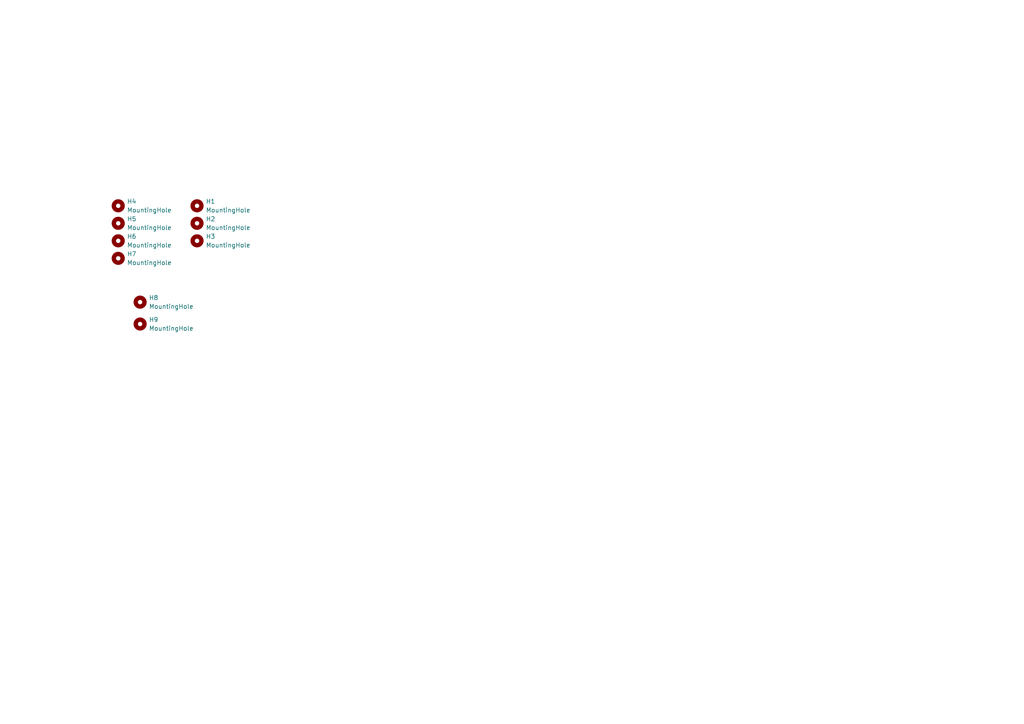
<source format=kicad_sch>
(kicad_sch (version 20231120) (generator "eeschema") (generator_version "8.0")
  (paper "A4")
  (lib_symbols
    (symbol "Mechanical:MountingHole" (pin_names (offset 1.016))
      (property "Reference" "H" (at 0 5.08 0))
      (property "Value" "MountingHole" (at 0 3.175 0))
      (symbol "MountingHole_0_1"
        (circle (center 0 0) (radius 1.27) (stroke (width 1.27)))
      )
    )
  )
  (symbol (lib_id "Mechanical:MountingHole") (at 34.29 69.85 0) (unit 1)
    (property "Reference" "H6" (at 36.83 68.5799 0) (effects (justify left)))
    (property "Value" "MountingHole" (at 36.83 71.1199 0) (effects (justify left)))
    (property "Footprint" "MountingHole:MountingHole_3.2mm_M3" (effects (hide yes)))
    (property "Description" "Mounting Hole without connection" (effects (hide yes)))
  )
  (symbol (lib_id "Mechanical:MountingHole") (at 57.15 64.77 0) (unit 1)
    (property "Reference" "H2" (at 59.69 63.4999 0) (effects (justify left)))
    (property "Value" "MountingHole" (at 59.69 66.0399 0) (effects (justify left)))
    (property "Footprint" "MountingHole:MountingHole_2.2mm_M2" (effects (hide yes)))
    (property "Description" "Mounting Hole without connection" (effects (hide yes)))
  )
  (symbol (lib_id "Mechanical:MountingHole") (at 34.29 74.93 0) (unit 1)
    (property "Reference" "H7" (at 36.83 73.6599 0) (effects (justify left)))
    (property "Value" "MountingHole" (at 36.83 76.1999 0) (effects (justify left)))
    (property "Footprint" "MountingHole:MountingHole_3.2mm_M3" (effects (hide yes)))
    (property "Description" "Mounting Hole without connection" (effects (hide yes)))
  )
  (symbol (lib_id "Mechanical:MountingHole") (at 34.29 59.69 0) (unit 1)
    (property "Reference" "H4" (at 36.83 58.4199 0) (effects (justify left)))
    (property "Value" "MountingHole" (at 36.83 60.9599 0) (effects (justify left)))
    (property "Footprint" "MountingHole:MountingHole_3.2mm_M3" (effects (hide yes)))
    (property "Description" "Mounting Hole without connection" (effects (hide yes)))
  )
  (symbol (lib_id "Mechanical:MountingHole") (at 57.15 59.69 0) (unit 1)
    (property "Reference" "H1" (at 59.69 58.4199 0) (effects (justify left)))
    (property "Value" "MountingHole" (at 59.69 60.9599 0) (effects (justify left)))
    (property "Footprint" "MountingHole:MountingHole_2.2mm_M2" (effects (hide yes)))
    (property "Description" "Mounting Hole without connection" (effects (hide yes)))
  )
  (symbol (lib_id "Mechanical:MountingHole") (at 40.64 87.63 0) (unit 1)
    (property "Reference" "H8" (at 43.18 86.3599 0) (effects (justify left)))
    (property "Value" "MountingHole" (at 43.18 88.8999 0) (effects (justify left)))
    (property "Footprint" "MountingHole:MountingHole_6.4mm_M6" (effects (hide yes)))
    (property "Description" "Mounting Hole without connection" (effects (hide yes)))
  )
  (symbol (lib_id "Mechanical:MountingHole") (at 40.64 93.98 0) (unit 1)
    (property "Reference" "H9" (at 43.18 92.7099 0) (effects (justify left)))
    (property "Value" "MountingHole" (at 43.18 95.2499 0) (effects (justify left)))
    (property "Footprint" "MountingHole:MountingHole_6.4mm_M6" (effects (hide yes)))
    (property "Description" "Mounting Hole without connection" (effects (hide yes)))
  )
  (symbol (lib_id "Mechanical:MountingHole") (at 57.15 69.85 0) (unit 1)
    (property "Reference" "H3" (at 59.69 68.5799 0) (effects (justify left)))
    (property "Value" "MountingHole" (at 59.69 71.1199 0) (effects (justify left)))
    (property "Footprint" "MountingHole:MountingHole_2.2mm_M2" (effects (hide yes)))
    (property "Description" "Mounting Hole without connection" (effects (hide yes)))
  )
  (symbol (lib_id "Mechanical:MountingHole") (at 34.29 64.77 0) (unit 1)
    (property "Reference" "H5" (at 36.83 63.4999 0) (effects (justify left)))
    (property "Value" "MountingHole" (at 36.83 66.0399 0) (effects (justify left)))
    (property "Footprint" "MountingHole:MountingHole_3.2mm_M3" (effects (hide yes)))
    (property "Description" "Mounting Hole without connection" (effects (hide yes)))
  )
)
</source>
